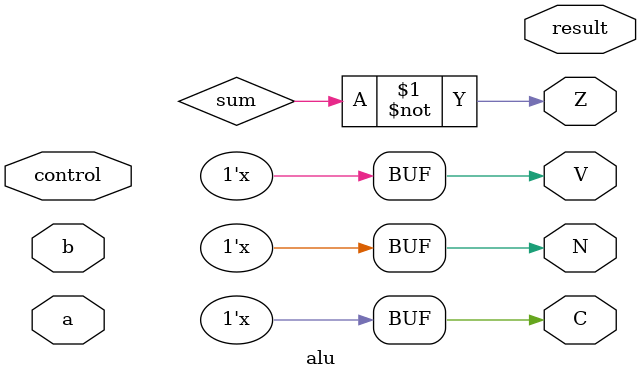
<source format=v>
module alu(
input [31:0] a, b,
input [4:0] control,
output reg [31:0] result,
output N,
output Z,
output C,
output V
);
// case statements
// use addsub module in digital system course
assign N = sum[31];
assign Z = (sum == 32'b0);
assign C = c[32]; // c[32]= cout
assign V = c[31] ^ c[32];
endmodule
</source>
